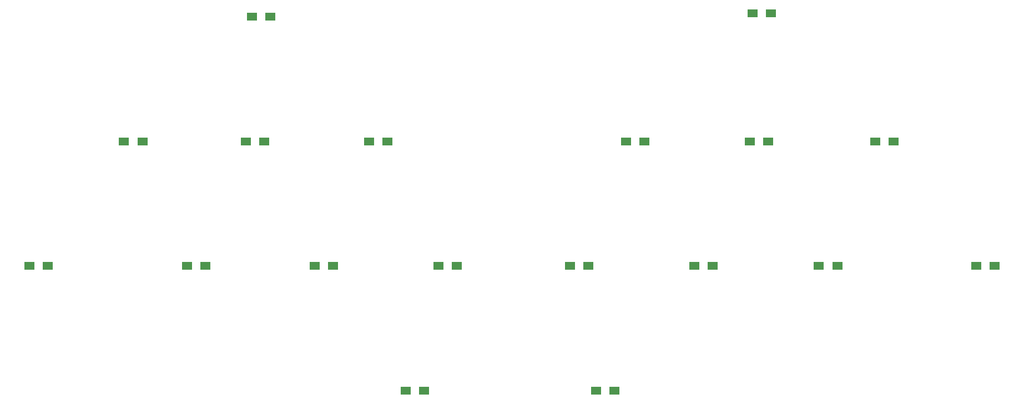
<source format=gbr>
G04 #@! TF.GenerationSoftware,KiCad,Pcbnew,(5.1.2-1)-1*
G04 #@! TF.CreationDate,2020-07-04T05:42:38+09:00*
G04 #@! TF.ProjectId,xipad,78697061-642e-46b6-9963-61645f706362,rev?*
G04 #@! TF.SameCoordinates,Original*
G04 #@! TF.FileFunction,Paste,Bot*
G04 #@! TF.FilePolarity,Positive*
%FSLAX46Y46*%
G04 Gerber Fmt 4.6, Leading zero omitted, Abs format (unit mm)*
G04 Created by KiCad (PCBNEW (5.1.2-1)-1) date 2020-07-04 05:42:38*
%MOMM*%
%LPD*%
G04 APERTURE LIST*
%ADD10R,1.600000X1.200000*%
G04 APERTURE END LIST*
D10*
X61100000Y-7000000D03*
X63900000Y-7000000D03*
X140300000Y-6500000D03*
X137500000Y-6500000D03*
X41600000Y-26000000D03*
X44400000Y-26000000D03*
X60200000Y-26000000D03*
X63000000Y-26000000D03*
X81800000Y-26000000D03*
X79000000Y-26000000D03*
X121000000Y-26000000D03*
X118200000Y-26000000D03*
X139900000Y-26000000D03*
X137100000Y-26000000D03*
X159000000Y-26000000D03*
X156200000Y-26000000D03*
X27200000Y-45000000D03*
X30000000Y-45000000D03*
X51200000Y-45000000D03*
X54000000Y-45000000D03*
X70700000Y-45000000D03*
X73500000Y-45000000D03*
X89600000Y-45000000D03*
X92400000Y-45000000D03*
X109600000Y-45000000D03*
X112400000Y-45000000D03*
X131400000Y-45000000D03*
X128600000Y-45000000D03*
X150400000Y-45000000D03*
X147600000Y-45000000D03*
X174400000Y-45000000D03*
X171600000Y-45000000D03*
X84600000Y-64000000D03*
X87400000Y-64000000D03*
X116400000Y-64000000D03*
X113600000Y-64000000D03*
M02*

</source>
